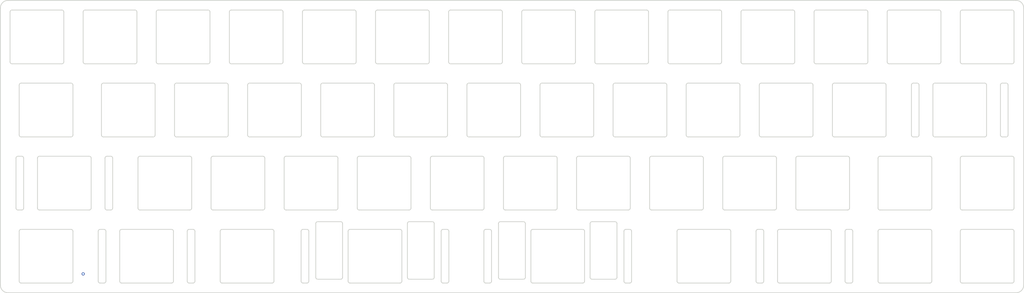
<source format=kicad_pcb>
(kicad_pcb (version 20171130) (host pcbnew 5.1.10)

  (general
    (thickness 1.6)
    (drawings 528)
    (tracks 1)
    (zones 0)
    (modules 0)
    (nets 1)
  )

  (page A4)
  (layers
    (0 F.Cu signal)
    (31 B.Cu signal)
    (32 B.Adhes user)
    (33 F.Adhes user)
    (34 B.Paste user)
    (35 F.Paste user)
    (36 B.SilkS user)
    (37 F.SilkS user)
    (38 B.Mask user)
    (39 F.Mask user)
    (40 Dwgs.User user)
    (41 Cmts.User user)
    (42 Eco1.User user)
    (43 Eco2.User user)
    (44 Edge.Cuts user)
    (45 Margin user)
    (46 B.CrtYd user)
    (47 F.CrtYd user)
    (48 B.Fab user)
    (49 F.Fab user)
  )

  (setup
    (last_trace_width 0.25)
    (trace_clearance 0.2)
    (zone_clearance 0.508)
    (zone_45_only no)
    (trace_min 0.2)
    (via_size 0.8)
    (via_drill 0.4)
    (via_min_size 0.4)
    (via_min_drill 0.3)
    (uvia_size 0.3)
    (uvia_drill 0.1)
    (uvias_allowed no)
    (uvia_min_size 0.2)
    (uvia_min_drill 0.1)
    (edge_width 0.05)
    (segment_width 0.2)
    (pcb_text_width 0.3)
    (pcb_text_size 1.5 1.5)
    (mod_edge_width 0.12)
    (mod_text_size 1 1)
    (mod_text_width 0.15)
    (pad_size 1.524 1.524)
    (pad_drill 0.762)
    (pad_to_mask_clearance 0)
    (aux_axis_origin 0 0)
    (visible_elements FFFFFF7F)
    (pcbplotparams
      (layerselection 0x010fc_ffffffff)
      (usegerberextensions false)
      (usegerberattributes true)
      (usegerberadvancedattributes true)
      (creategerberjobfile true)
      (excludeedgelayer true)
      (linewidth 0.100000)
      (plotframeref false)
      (viasonmask false)
      (mode 1)
      (useauxorigin false)
      (hpglpennumber 1)
      (hpglpenspeed 20)
      (hpglpendiameter 15.000000)
      (psnegative false)
      (psa4output false)
      (plotreference true)
      (plotvalue true)
      (plotinvisibletext false)
      (padsonsilk false)
      (subtractmaskfromsilk false)
      (outputformat 1)
      (mirror false)
      (drillshape 0)
      (scaleselection 1)
      (outputdirectory "gerber"))
  )

  (net 0 "")

  (net_class Default "This is the default net class."
    (clearance 0.2)
    (trace_width 0.25)
    (via_dia 0.8)
    (via_drill 0.4)
    (uvia_dia 0.3)
    (uvia_drill 0.1)
  )

  (gr_line (start 213.8875 116.68125) (end 213.8875 129.681249) (layer Edge.Cuts) (width 0.2))
  (gr_line (start 265.612499 116.18125) (end 278.6125 116.18125) (layer Edge.Cuts) (width 0.2))
  (gr_line (start 211.8875 116.68125) (end 211.8875 129.681249) (layer Edge.Cuts) (width 0.2))
  (gr_arc (start 217.9875 116.68125) (end 217.9875 116.18125) (angle -90) (layer Edge.Cuts) (width 0.2))
  (gr_arc (start 175.125 91.581249) (end 174.625 91.581249) (angle -90) (layer Edge.Cuts) (width 0.2))
  (gr_arc (start 271.46875 91.581249) (end 271.46875 92.081249) (angle -90) (layer Edge.Cuts) (width 0.2))
  (gr_line (start 151.3125 73.03125) (end 164.3125 73.03125) (layer Edge.Cuts) (width 0.2))
  (gr_arc (start 259.5625 59.53125) (end 260.0625 59.53125) (angle -90) (layer Edge.Cuts) (width 0.2))
  (gr_arc (start 41.774999 78.58125) (end 41.774999 78.08125) (angle -90) (layer Edge.Cuts) (width 0.2))
  (gr_line (start 127.50675 129.18125) (end 121.50675 129.18125) (layer Edge.Cuts) (width 0.2))
  (gr_arc (start 65.137499 116.68125) (end 65.637499 116.68125) (angle -90) (layer Edge.Cuts) (width 0.2))
  (gr_line (start 217.2 97.631249) (end 217.2 110.63125) (layer Edge.Cuts) (width 0.2))
  (gr_arc (start 37.0125 72.531249) (end 36.5125 72.531249) (angle -90) (layer Edge.Cuts) (width 0.2))
  (gr_line (start 56.062499 59.03125) (end 69.0625 59.03125) (layer Edge.Cuts) (width 0.2))
  (gr_line (start 74.324999 78.58125) (end 74.324999 91.581249) (layer Edge.Cuts) (width 0.2))
  (gr_line (start 153.69375 130.181249) (end 166.69375 130.181249) (layer Edge.Cuts) (width 0.2))
  (gr_line (start 151.255749 114.18125) (end 145.25575 114.18125) (layer Edge.Cuts) (width 0.2))
  (gr_arc (start 131.31875 129.681249) (end 131.31875 130.181249) (angle -90) (layer Edge.Cuts) (width 0.2))
  (gr_arc (start 145.2625 59.53125) (end 145.7625 59.53125) (angle -90) (layer Edge.Cuts) (width 0.2))
  (gr_arc (start 175.131749 128.68125) (end 175.131749 129.18125) (angle -90) (layer Edge.Cuts) (width 0.2))
  (gr_line (start 243.68125 116.68125) (end 243.68125 129.681249) (layer Edge.Cuts) (width 0.2))
  (gr_arc (start 236.587499 129.681249) (end 236.587499 130.181249) (angle -90) (layer Edge.Cuts) (width 0.2))
  (gr_line (start 14.9375 58.50625) (end 14.9375 130.70625) (layer Edge.Cuts) (width 0.2))
  (gr_arc (start 97.63075 128.68125) (end 97.130749 128.68125) (angle -90) (layer Edge.Cuts) (width 0.2))
  (gr_line (start 106.06875 130.181249) (end 119.06875 130.181249) (layer Edge.Cuts) (width 0.2))
  (gr_line (start 121.00675 128.68125) (end 121.00675 114.681249) (layer Edge.Cuts) (width 0.2))
  (gr_line (start 194.174999 92.08125) (end 207.174999 92.08125) (layer Edge.Cuts) (width 0.2))
  (gr_arc (start 175.125 78.58125) (end 175.125 78.08125) (angle -90) (layer Edge.Cuts) (width 0.2))
  (gr_line (start 107.6625 59.53125) (end 107.6625 72.531249) (layer Edge.Cuts) (width 0.2))
  (gr_arc (start 93.81875 116.68125) (end 93.81875 116.18125) (angle -90) (layer Edge.Cuts) (width 0.2))
  (gr_arc (start 33.34375 116.68125) (end 33.84375 116.68125) (angle -90) (layer Edge.Cuts) (width 0.2))
  (gr_line (start 40.4375 116.68125) (end 40.4375 129.681249) (layer Edge.Cuts) (width 0.2))
  (gr_arc (start 130.31875 129.681249) (end 129.81875 129.681249) (angle -90) (layer Edge.Cuts) (width 0.2))
  (gr_arc (start 151.3125 59.53125) (end 151.3125 59.03125) (angle -90) (layer Edge.Cuts) (width 0.2))
  (gr_arc (start 202.4125 59.53125) (end 202.9125 59.53125) (angle -90) (layer Edge.Cuts) (width 0.2))
  (gr_line (start 178.94375 130.181249) (end 177.94375 130.181249) (layer Edge.Cuts) (width 0.2))
  (gr_line (start 177.44375 129.681249) (end 177.44375 116.68125) (layer Edge.Cuts) (width 0.2))
  (gr_arc (start 127.50675 114.681249) (end 128.00675 114.681249) (angle -90) (layer Edge.Cuts) (width 0.2))
  (gr_line (start 37.0125 73.031249) (end 50.012499 73.031249) (layer Edge.Cuts) (width 0.2))
  (gr_arc (start 40.9375 129.681249) (end 40.4375 129.681249) (angle -90) (layer Edge.Cuts) (width 0.2))
  (gr_line (start 131.31875 130.181249) (end 130.31875 130.181249) (layer Edge.Cuts) (width 0.2))
  (gr_line (start 103.63075 114.18125) (end 97.63075 114.18125) (layer Edge.Cuts) (width 0.2))
  (gr_line (start 75.1125 59.03125) (end 88.112499 59.03125) (layer Edge.Cuts) (width 0.2))
  (gr_line (start 74.6125 59.53125) (end 74.6125 72.531249) (layer Edge.Cuts) (width 0.2))
  (gr_arc (start 221.4625 59.53125) (end 221.9625 59.53125) (angle -90) (layer Edge.Cuts) (width 0.2))
  (gr_arc (start 73.825 78.58125) (end 74.324999 78.58125) (angle -90) (layer Edge.Cuts) (width 0.2))
  (gr_line (start 212.3875 130.181249) (end 213.3875 130.181249) (layer Edge.Cuts) (width 0.2))
  (gr_line (start 191.793749 130.181249) (end 204.79375 130.181249) (layer Edge.Cuts) (width 0.2))
  (gr_line (start 237.0875 116.68125) (end 237.0875 129.681249) (layer Edge.Cuts) (width 0.2))
  (gr_arc (start 169.13175 128.68125) (end 168.63175 128.68125) (angle -90) (layer Edge.Cuts) (width 0.2))
  (gr_arc (start 56.062499 59.53125) (end 56.062499 59.03125) (angle -90) (layer Edge.Cuts) (width 0.2))
  (gr_arc (start 164.3125 72.531249) (end 164.3125 73.03125) (angle -90) (layer Edge.Cuts) (width 0.2))
  (gr_line (start 63.6375 116.68125) (end 63.6375 129.681249) (layer Edge.Cuts) (width 0.2))
  (gr_arc (start 103.63075 128.68125) (end 103.63075 129.18125) (angle -90) (layer Edge.Cuts) (width 0.2))
  (gr_arc (start 146.55 97.631249) (end 146.55 97.131249) (angle -90) (layer Edge.Cuts) (width 0.2))
  (gr_line (start 60.825 92.08125) (end 73.825 92.08125) (layer Edge.Cuts) (width 0.2))
  (gr_arc (start 75.1125 72.531249) (end 74.6125 72.531249) (angle -90) (layer Edge.Cuts) (width 0.2))
  (gr_line (start 37.0125 59.03125) (end 50.012499 59.03125) (layer Edge.Cuts) (width 0.2))
  (gr_line (start 245.774999 78.58125) (end 245.774999 91.581249) (layer Edge.Cuts) (width 0.2))
  (gr_arc (start 169.075 78.58125) (end 169.575 78.58125) (angle -90) (layer Edge.Cuts) (width 0.2))
  (gr_arc (start 208.462499 72.531249) (end 207.962499 72.531249) (angle -90) (layer Edge.Cuts) (width 0.2))
  (gr_arc (start 20.34375 91.581249) (end 19.84375 91.581249) (angle -90) (layer Edge.Cuts) (width 0.2))
  (gr_arc (start 221.4625 72.531249) (end 221.4625 73.03125) (angle -90) (layer Edge.Cuts) (width 0.2))
  (gr_arc (start 278.6125 59.53125) (end 279.1125 59.53125) (angle -90) (layer Edge.Cuts) (width 0.2))
  (gr_arc (start 113.2125 72.531249) (end 112.7125 72.531249) (angle -90) (layer Edge.Cuts) (width 0.2))
  (gr_arc (start 203.7 97.631249) (end 203.7 97.131249) (angle -90) (layer Edge.Cuts) (width 0.2))
  (gr_arc (start 165.6 110.63125) (end 165.1 110.63125) (angle -90) (layer Edge.Cuts) (width 0.2))
  (gr_line (start 244.18125 97.13125) (end 257.181249 97.13125) (layer Edge.Cuts) (width 0.2))
  (gr_line (start 88.9 97.631249) (end 88.9 110.63125) (layer Edge.Cuts) (width 0.2))
  (gr_line (start 19.50625 97.13125) (end 20.50625 97.13125) (layer Edge.Cuts) (width 0.2))
  (gr_line (start 50.5125 59.53125) (end 50.5125 72.531249) (layer Edge.Cuts) (width 0.2))
  (gr_line (start 279.1125 97.631249) (end 279.1125 110.63125) (layer Edge.Cuts) (width 0.2))
  (gr_arc (start 127.5 97.631249) (end 127.5 97.131249) (angle -90) (layer Edge.Cuts) (width 0.2))
  (gr_line (start 141 97.631249) (end 141 110.63125) (layer Edge.Cuts) (width 0.2))
  (gr_arc (start 259.5625 72.531249) (end 259.5625 73.03125) (angle -90) (layer Edge.Cuts) (width 0.2))
  (gr_line (start 112.425 78.58125) (end 112.425 91.581249) (layer Edge.Cuts) (width 0.2))
  (gr_arc (start 54.775 91.581249) (end 54.775 92.081249) (angle -90) (layer Edge.Cuts) (width 0.2))
  (gr_line (start 16.9375 132.70625) (end 279.6375 132.706249) (layer Edge.Cuts) (width 0.2))
  (gr_line (start 131.31875 116.18125) (end 130.31875 116.18125) (layer Edge.Cuts) (width 0.2))
  (gr_arc (start 279.6375 58.506249) (end 281.6375 58.506249) (angle -90) (layer Edge.Cuts) (width 0.2))
  (gr_line (start 281.6375 58.50625) (end 281.6375 130.70625) (layer Edge.Cuts) (width 0.2))
  (gr_line (start 79.875 92.08125) (end 92.875 92.08125) (layer Edge.Cuts) (width 0.2))
  (gr_line (start 119.56875 116.68125) (end 119.56875 129.681249) (layer Edge.Cuts) (width 0.2))
  (gr_line (start 243.68125 97.631249) (end 243.68125 110.63125) (layer Edge.Cuts) (width 0.2))
  (gr_line (start 198.149999 97.631249) (end 198.149999 110.63125) (layer Edge.Cuts) (width 0.2))
  (gr_line (start 151.255749 129.18125) (end 145.25575 129.18125) (layer Edge.Cuts) (width 0.2))
  (gr_arc (start 212.3875 129.681249) (end 211.8875 129.681249) (angle -90) (layer Edge.Cuts) (width 0.2))
  (gr_arc (start 244.18125 129.681249) (end 243.68125 129.681249) (angle -90) (layer Edge.Cuts) (width 0.2))
  (gr_line (start 140.94375 129.681249) (end 140.94375 116.68125) (layer Edge.Cuts) (width 0.2))
  (gr_arc (start 73.825 91.581249) (end 73.825 92.081249) (angle -90) (layer Edge.Cuts) (width 0.2))
  (gr_arc (start 46.5375 129.681249) (end 46.0375 129.681249) (angle -90) (layer Edge.Cuts) (width 0.2))
  (gr_arc (start 121.50675 128.68125) (end 121.006749 128.68125) (angle -90) (layer Edge.Cuts) (width 0.2))
  (gr_arc (start 97.63075 114.681249) (end 97.63075 114.181249) (angle -90) (layer Edge.Cuts) (width 0.2))
  (gr_arc (start 150.024999 78.58125) (end 150.525 78.58125) (angle -90) (layer Edge.Cuts) (width 0.2))
  (gr_line (start 70.349999 111.13125) (end 83.35 111.13125) (layer Edge.Cuts) (width 0.2))
  (gr_arc (start 98.925 91.581249) (end 98.424999 91.581249) (angle -90) (layer Edge.Cuts) (width 0.2))
  (gr_line (start 168.63175 128.68125) (end 168.63175 114.681249) (layer Edge.Cuts) (width 0.2))
  (gr_arc (start 142.44375 129.681249) (end 142.44375 130.181249) (angle -90) (layer Edge.Cuts) (width 0.2))
  (gr_line (start 257.681249 116.68125) (end 257.681249 129.681249) (layer Edge.Cuts) (width 0.2))
  (gr_line (start 235.5875 130.181249) (end 236.587499 130.181249) (layer Edge.Cuts) (width 0.2))
  (gr_line (start 64.8 97.631249) (end 64.8 110.63125) (layer Edge.Cuts) (width 0.2))
  (gr_arc (start 20.50625 110.63125) (end 20.50625 111.131249) (angle -90) (layer Edge.Cuts) (width 0.2))
  (gr_arc (start 156.075 91.581249) (end 155.575 91.581249) (angle -90) (layer Edge.Cuts) (width 0.2))
  (gr_arc (start 240.5125 72.531249) (end 240.5125 73.03125) (angle -90) (layer Edge.Cuts) (width 0.2))
  (gr_line (start 121.95 97.631249) (end 121.95 110.63125) (layer Edge.Cuts) (width 0.2))
  (gr_arc (start 102.4 110.63125) (end 102.4 111.131249) (angle -90) (layer Edge.Cuts) (width 0.2))
  (gr_arc (start 88.112499 59.53125) (end 88.612499 59.53125) (angle -90) (layer Edge.Cuts) (width 0.2))
  (gr_arc (start 37.0125 59.53125) (end 37.0125 59.03125) (angle -90) (layer Edge.Cuts) (width 0.2))
  (gr_arc (start 16.9375 130.706249) (end 14.9375 130.70625) (angle -90) (layer Edge.Cuts) (width 0.2))
  (gr_arc (start 16.937499 58.506249) (end 16.937499 56.50625) (angle -90) (layer Edge.Cuts) (width 0.2))
  (gr_line (start 279.1125 116.68125) (end 279.1125 129.681249) (layer Edge.Cuts) (width 0.2))
  (gr_line (start 265.612499 130.181249) (end 278.6125 130.181249) (layer Edge.Cuts) (width 0.2))
  (gr_arc (start 107.1625 72.531249) (end 107.1625 73.03125) (angle -90) (layer Edge.Cuts) (width 0.2))
  (gr_arc (start 41.9375 129.681249) (end 41.9375 130.181249) (angle -90) (layer Edge.Cuts) (width 0.2))
  (gr_arc (start 106.06875 129.681249) (end 105.56875 129.681249) (angle -90) (layer Edge.Cuts) (width 0.2))
  (gr_arc (start 64.1375 129.681249) (end 63.6375 129.681249) (angle -90) (layer Edge.Cuts) (width 0.2))
  (gr_arc (start 60.825 78.58125) (end 60.825 78.08125) (angle -90) (layer Edge.Cuts) (width 0.2))
  (gr_line (start 213.225 92.08125) (end 226.225 92.08125) (layer Edge.Cuts) (width 0.2))
  (gr_arc (start 235.5875 116.68125) (end 235.5875 116.18125) (angle -90) (layer Edge.Cuts) (width 0.2))
  (gr_line (start 265.112499 116.68125) (end 265.112499 129.681249) (layer Edge.Cuts) (width 0.2))
  (gr_arc (start 279.6375 130.70625) (end 279.6375 132.706249) (angle -90) (layer Edge.Cuts) (width 0.2))
  (gr_line (start 16.9375 56.50625) (end 279.6375 56.50625) (layer Edge.Cuts) (width 0.2))
  (gr_arc (start 69.0625 59.53125) (end 69.562499 59.53125) (angle -90) (layer Edge.Cuts) (width 0.2))
  (gr_arc (start 257.181249 110.63125) (end 257.181249 111.131249) (angle -90) (layer Edge.Cuts) (width 0.2))
  (gr_arc (start 257.181249 97.631249) (end 257.681249 97.631249) (angle -90) (layer Edge.Cuts) (width 0.2))
  (gr_line (start 179.1 97.631249) (end 179.1 110.63125) (layer Edge.Cuts) (width 0.2))
  (gr_arc (start 227.5125 59.53125) (end 227.5125 59.03125) (angle -90) (layer Edge.Cuts) (width 0.2))
  (gr_line (start 260.0625 59.53125) (end 260.0625 72.531249) (layer Edge.Cuts) (width 0.2))
  (gr_line (start 202.9125 59.53125) (end 202.9125 72.531249) (layer Edge.Cuts) (width 0.2))
  (gr_arc (start 137.025 91.581249) (end 136.524999 91.581249) (angle -90) (layer Edge.Cuts) (width 0.2))
  (gr_arc (start 137.025 78.58125) (end 137.025 78.08125) (angle -90) (layer Edge.Cuts) (width 0.2))
  (gr_line (start 117.975 78.08125) (end 130.975 78.08125) (layer Edge.Cuts) (width 0.2))
  (gr_arc (start 30.962499 59.53125) (end 31.4625 59.53125) (angle -90) (layer Edge.Cuts) (width 0.2))
  (gr_arc (start 246.5625 72.531249) (end 246.0625 72.531249) (angle -90) (layer Edge.Cuts) (width 0.2))
  (gr_line (start 212.725 78.58125) (end 212.725 91.581249) (layer Edge.Cuts) (width 0.2))
  (gr_line (start 105.56875 116.68125) (end 105.56875 129.681249) (layer Edge.Cuts) (width 0.2))
  (gr_arc (start 119.06875 129.681249) (end 119.06875 130.181249) (angle -90) (layer Edge.Cuts) (width 0.2))
  (gr_arc (start 72.73125 129.681249) (end 72.23125 129.681249) (angle -90) (layer Edge.Cuts) (width 0.2))
  (gr_arc (start 151.255749 114.681249) (end 151.75575 114.681249) (angle -90) (layer Edge.Cuts) (width 0.2))
  (gr_line (start 217.487499 116.68125) (end 217.487499 129.681249) (layer Edge.Cuts) (width 0.2))
  (gr_arc (start 166.69375 129.681249) (end 166.69375 130.181249) (angle -90) (layer Edge.Cuts) (width 0.2))
  (gr_line (start 129.81875 129.681249) (end 129.81875 116.68125) (layer Edge.Cuts) (width 0.2))
  (gr_arc (start 265.612499 59.53125) (end 265.612499 59.03125) (angle -90) (layer Edge.Cuts) (width 0.2))
  (gr_line (start 164.8125 59.53125) (end 164.8125 72.531249) (layer Edge.Cuts) (width 0.2))
  (gr_line (start 98.425 78.58125) (end 98.424999 91.581249) (layer Edge.Cuts) (width 0.2))
  (gr_line (start 169.8625 59.53125) (end 169.8625 72.531249) (layer Edge.Cuts) (width 0.2))
  (gr_arc (start 54.775 78.58125) (end 55.275 78.58125) (angle -90) (layer Edge.Cuts) (width 0.2))
  (gr_line (start 193.675 78.58125) (end 193.675 91.581249) (layer Edge.Cuts) (width 0.2))
  (gr_line (start 89.4 97.13125) (end 102.4 97.13125) (layer Edge.Cuts) (width 0.2))
  (gr_arc (start 197.649999 110.63125) (end 197.649999 111.131249) (angle -90) (layer Edge.Cuts) (width 0.2))
  (gr_arc (start 165.6 97.631249) (end 165.6 97.131249) (angle -90) (layer Edge.Cuts) (width 0.2))
  (gr_arc (start 178.6 110.63125) (end 178.6 111.131249) (angle -90) (layer Edge.Cuts) (width 0.2))
  (gr_arc (start 226.225 91.581249) (end 226.225 92.081249) (angle -90) (layer Edge.Cuts) (width 0.2))
  (gr_arc (start 245.275 78.58125) (end 245.775 78.58125) (angle -90) (layer Edge.Cuts) (width 0.2))
  (gr_arc (start 121.449999 110.63125) (end 121.449999 111.131249) (angle -90) (layer Edge.Cuts) (width 0.2))
  (gr_arc (start 197.649999 97.631249) (end 198.149999 97.631249) (angle -90) (layer Edge.Cuts) (width 0.2))
  (gr_arc (start 252.86875 78.58125) (end 252.86875 78.08125) (angle -90) (layer Edge.Cuts) (width 0.2))
  (gr_line (start 31.4625 59.53125) (end 31.4625 72.531249) (layer Edge.Cuts) (width 0.2))
  (gr_arc (start 50.012499 59.53125) (end 50.512499 59.53125) (angle -90) (layer Edge.Cuts) (width 0.2))
  (gr_arc (start 177.94375 129.681249) (end 177.44375 129.681249) (angle -90) (layer Edge.Cuts) (width 0.2))
  (gr_arc (start 204.79375 116.68125) (end 205.29375 116.68125) (angle -90) (layer Edge.Cuts) (width 0.2))
  (gr_line (start 244.18125 130.181249) (end 257.181249 130.181249) (layer Edge.Cuts) (width 0.2))
  (gr_arc (start 278.6125 116.68125) (end 279.1125 116.68125) (angle -90) (layer Edge.Cuts) (width 0.2))
  (gr_arc (start 69.0625 72.531249) (end 69.0625 73.03125) (angle -90) (layer Edge.Cuts) (width 0.2))
  (gr_line (start 132.2625 59.03125) (end 145.2625 59.03125) (layer Edge.Cuts) (width 0.2))
  (gr_arc (start 130.975 91.581249) (end 130.975 92.081249) (angle -90) (layer Edge.Cuts) (width 0.2))
  (gr_arc (start 117.975 78.58125) (end 117.975 78.08125) (angle -90) (layer Edge.Cuts) (width 0.2))
  (gr_arc (start 107.1625 59.53125) (end 107.6625 59.53125) (angle -90) (layer Edge.Cuts) (width 0.2))
  (gr_line (start 279.1125 59.53125) (end 279.1125 72.531249) (layer Edge.Cuts) (width 0.2))
  (gr_arc (start 258.46875 91.581249) (end 257.968749 91.581249) (angle -90) (layer Edge.Cuts) (width 0.2))
  (gr_arc (start 271.46875 78.58125) (end 271.96875 78.58125) (angle -90) (layer Edge.Cuts) (width 0.2))
  (gr_line (start 170.3625 73.031249) (end 183.3625 73.03125) (layer Edge.Cuts) (width 0.2))
  (gr_line (start 20.34375 92.08125) (end 33.34375 92.08125) (layer Edge.Cuts) (width 0.2))
  (gr_arc (start 20.34375 78.58125) (end 20.34375 78.08125) (angle -90) (layer Edge.Cuts) (width 0.2))
  (gr_arc (start 60.825 91.581249) (end 60.325 91.581249) (angle -90) (layer Edge.Cuts) (width 0.2))
  (gr_line (start 70.349999 97.13125) (end 83.35 97.13125) (layer Edge.Cuts) (width 0.2))
  (gr_arc (start 83.35 97.631249) (end 83.849999 97.631249) (angle -90) (layer Edge.Cuts) (width 0.2))
  (gr_line (start 41.275 78.58125) (end 41.275 91.581249) (layer Edge.Cuts) (width 0.2))
  (gr_line (start 19.84375 78.58125) (end 19.84375 91.581249) (layer Edge.Cuts) (width 0.2))
  (gr_line (start 131.475 78.58125) (end 131.475 91.581249) (layer Edge.Cuts) (width 0.2))
  (gr_arc (start 92.875 78.58125) (end 93.375 78.58125) (angle -90) (layer Edge.Cuts) (width 0.2))
  (gr_arc (start 246.5625 59.53125) (end 246.5625 59.03125) (angle -90) (layer Edge.Cuts) (width 0.2))
  (gr_arc (start 20.50625 97.631249) (end 21.00625 97.631249) (angle -90) (layer Edge.Cuts) (width 0.2))
  (gr_line (start 127.5 111.13125) (end 140.5 111.13125) (layer Edge.Cuts) (width 0.2))
  (gr_line (start 33.84375 78.58125) (end 33.84375 91.581249) (layer Edge.Cuts) (width 0.2))
  (gr_line (start 41.774999 92.08125) (end 54.775 92.08125) (layer Edge.Cuts) (width 0.2))
  (gr_line (start 227.5125 73.031249) (end 240.5125 73.031249) (layer Edge.Cuts) (width 0.2))
  (gr_line (start 46.5375 116.18125) (end 59.537499 116.18125) (layer Edge.Cuts) (width 0.2))
  (gr_arc (start 121.50675 114.681249) (end 121.50675 114.181249) (angle -90) (layer Edge.Cuts) (width 0.2))
  (gr_arc (start 127.50675 128.68125) (end 127.50675 129.18125) (angle -90) (layer Edge.Cuts) (width 0.2))
  (gr_arc (start 51.299999 110.63125) (end 50.799999 110.63125) (angle -90) (layer Edge.Cuts) (width 0.2))
  (gr_line (start 175.125 78.08125) (end 188.125 78.08125) (layer Edge.Cuts) (width 0.2))
  (gr_line (start 88.612499 59.53125) (end 88.612499 72.531249) (layer Edge.Cuts) (width 0.2))
  (gr_arc (start 169.075 91.581249) (end 169.075 92.081249) (angle -90) (layer Edge.Cuts) (width 0.2))
  (gr_line (start 137.025 92.08125) (end 150.024999 92.08125) (layer Edge.Cuts) (width 0.2))
  (gr_arc (start 156.075 78.58125) (end 156.075 78.08125) (angle -90) (layer Edge.Cuts) (width 0.2))
  (gr_line (start 169.575 78.58125) (end 169.575 91.581249) (layer Edge.Cuts) (width 0.2))
  (gr_line (start 107.95 97.631249) (end 107.95 110.63125) (layer Edge.Cuts) (width 0.2))
  (gr_arc (start 89.4 97.631249) (end 89.4 97.131249) (angle -90) (layer Edge.Cuts) (width 0.2))
  (gr_line (start 175.131749 129.18125) (end 169.13175 129.18125) (layer Edge.Cuts) (width 0.2))
  (gr_arc (start 94.81875 129.681249) (end 94.81875 130.181249) (angle -90) (layer Edge.Cuts) (width 0.2))
  (gr_line (start 179.44375 129.681249) (end 179.44375 116.68125) (layer Edge.Cuts) (width 0.2))
  (gr_arc (start 65.137499 129.681249) (end 65.137499 130.181249) (angle -90) (layer Edge.Cuts) (width 0.2))
  (gr_arc (start 141.44375 129.681249) (end 140.94375 129.681249) (angle -90) (layer Edge.Cuts) (width 0.2))
  (gr_arc (start 169.13175 114.681249) (end 169.13175 114.181249) (angle -90) (layer Edge.Cuts) (width 0.2))
  (gr_arc (start 126.212499 59.53125) (end 126.7125 59.53125) (angle -90) (layer Edge.Cuts) (width 0.2))
  (gr_arc (start 164.3125 59.53125) (end 164.8125 59.53125) (angle -90) (layer Edge.Cuts) (width 0.2))
  (gr_arc (start 278.6125 110.63125) (end 278.6125 111.131249) (angle -90) (layer Edge.Cuts) (width 0.2))
  (gr_line (start 265.112499 97.631249) (end 265.112499 110.63125) (layer Edge.Cuts) (width 0.2))
  (gr_line (start 20.34375 130.181249) (end 33.34375 130.181249) (layer Edge.Cuts) (width 0.2))
  (gr_line (start 153.69375 116.18125) (end 166.69375 116.18125) (layer Edge.Cuts) (width 0.2))
  (gr_arc (start 145.25575 114.681249) (end 145.25575 114.181249) (angle -90) (layer Edge.Cuts) (width 0.2))
  (gr_line (start 191.29375 116.68125) (end 191.29375 129.681249) (layer Edge.Cuts) (width 0.2))
  (gr_arc (start 33.34375 78.58125) (end 33.84375 78.58125) (angle -90) (layer Edge.Cuts) (width 0.2))
  (gr_arc (start 41.774999 91.581249) (end 41.274999 91.581249) (angle -90) (layer Edge.Cuts) (width 0.2))
  (gr_line (start 151.75575 128.68125) (end 151.75575 114.681249) (layer Edge.Cuts) (width 0.2))
  (gr_arc (start 59.537499 129.681249) (end 59.537499 130.181249) (angle -90) (layer Edge.Cuts) (width 0.2))
  (gr_arc (start 151.255749 128.68125) (end 151.255749 129.18125) (angle -90) (layer Edge.Cuts) (width 0.2))
  (gr_line (start 112.7125 59.53125) (end 112.7125 72.531249) (layer Edge.Cuts) (width 0.2))
  (gr_line (start 235.0875 116.68125) (end 235.0875 129.681249) (layer Edge.Cuts) (width 0.2))
  (gr_arc (start 257.181249 129.681249) (end 257.181249 130.181249) (angle -90) (layer Edge.Cuts) (width 0.2))
  (gr_arc (start 244.18125 116.68125) (end 244.18125 116.18125) (angle -90) (layer Edge.Cuts) (width 0.2))
  (gr_arc (start 278.6125 129.681249) (end 278.6125 130.181249) (angle -90) (layer Edge.Cuts) (width 0.2))
  (gr_arc (start 113.2125 59.53125) (end 113.2125 59.03125) (angle -90) (layer Edge.Cuts) (width 0.2))
  (gr_arc (start 170.3625 72.531249) (end 169.8625 72.531249) (angle -90) (layer Edge.Cuts) (width 0.2))
  (gr_arc (start 132.2625 59.53125) (end 132.2625 59.03125) (angle -90) (layer Edge.Cuts) (width 0.2))
  (gr_line (start 207.675 78.58125) (end 207.675 91.581249) (layer Edge.Cuts) (width 0.2))
  (gr_line (start 232.275 92.08125) (end 245.275 92.08125) (layer Edge.Cuts) (width 0.2))
  (gr_line (start 42.70625 111.13125) (end 43.70625 111.13125) (layer Edge.Cuts) (width 0.2))
  (gr_line (start 108.45 97.13125) (end 121.449999 97.13125) (layer Edge.Cuts) (width 0.2))
  (gr_line (start 56.062499 73.03125) (end 69.0625 73.03125) (layer Edge.Cuts) (width 0.2))
  (gr_line (start 108.45 111.13125) (end 121.449999 111.13125) (layer Edge.Cuts) (width 0.2))
  (gr_arc (start 51.299999 97.631249) (end 51.299999 97.131249) (angle -90) (layer Edge.Cuts) (width 0.2))
  (gr_line (start 189.4125 73.031249) (end 202.4125 73.031249) (layer Edge.Cuts) (width 0.2))
  (gr_arc (start 94.1625 72.531249) (end 93.6625 72.531249) (angle -90) (layer Edge.Cuts) (width 0.2))
  (gr_line (start 42.70625 97.13125) (end 43.70625 97.13125) (layer Edge.Cuts) (width 0.2))
  (gr_arc (start 42.70625 97.631249) (end 42.70625 97.131249) (angle -90) (layer Edge.Cuts) (width 0.2))
  (gr_arc (start 216.7 97.631249) (end 217.2 97.631249) (angle -90) (layer Edge.Cuts) (width 0.2))
  (gr_arc (start 226.225 78.58125) (end 226.725 78.58125) (angle -90) (layer Edge.Cuts) (width 0.2))
  (gr_line (start 213.225 78.08125) (end 226.225 78.08125) (layer Edge.Cuts) (width 0.2))
  (gr_arc (start 30.962499 72.531249) (end 30.962499 73.03125) (angle -90) (layer Edge.Cuts) (width 0.2))
  (gr_arc (start 278.6125 72.531249) (end 278.6125 73.03125) (angle -90) (layer Edge.Cuts) (width 0.2))
  (gr_line (start 252.86875 92.08125) (end 253.86875 92.08125) (layer Edge.Cuts) (width 0.2))
  (gr_line (start 17.4625 59.53125) (end 17.4625 72.531249) (layer Edge.Cuts) (width 0.2))
  (gr_line (start 113.2125 73.031249) (end 126.212499 73.031249) (layer Edge.Cuts) (width 0.2))
  (gr_arc (start 235.75 110.63125) (end 235.75 111.131249) (angle -90) (layer Edge.Cuts) (width 0.2))
  (gr_line (start 257.96875 78.58125) (end 257.96875 91.581249) (layer Edge.Cuts) (width 0.2))
  (gr_arc (start 79.875 78.58125) (end 79.875 78.08125) (angle -90) (layer Edge.Cuts) (width 0.2))
  (gr_arc (start 194.174999 78.58125) (end 194.174999 78.08125) (angle -90) (layer Edge.Cuts) (width 0.2))
  (gr_arc (start 150.024999 91.581249) (end 150.024999 92.081249) (angle -90) (layer Edge.Cuts) (width 0.2))
  (gr_arc (start 33.34375 91.581249) (end 33.34375 92.081249) (angle -90) (layer Edge.Cuts) (width 0.2))
  (gr_line (start 97.130749 128.68125) (end 97.13075 114.681249) (layer Edge.Cuts) (width 0.2))
  (gr_arc (start 119.06875 116.68125) (end 119.56875 116.68125) (angle -90) (layer Edge.Cuts) (width 0.2))
  (gr_arc (start 106.06875 116.68125) (end 106.06875 116.18125) (angle -90) (layer Edge.Cuts) (width 0.2))
  (gr_line (start 156.075 92.08125) (end 169.075 92.08125) (layer Edge.Cuts) (width 0.2))
  (gr_arc (start 117.975 91.581249) (end 117.475 91.581249) (angle -90) (layer Edge.Cuts) (width 0.2))
  (gr_line (start 205.29375 116.68125) (end 205.29375 129.681249) (layer Edge.Cuts) (width 0.2))
  (gr_arc (start 141.44375 116.68125) (end 141.44375 116.18125) (angle -90) (layer Edge.Cuts) (width 0.2))
  (gr_line (start 153.19375 116.68125) (end 153.19375 129.681249) (layer Edge.Cuts) (width 0.2))
  (gr_line (start 131.81875 129.681249) (end 131.81875 116.68125) (layer Edge.Cuts) (width 0.2))
  (gr_line (start 265.612499 73.031249) (end 278.6125 73.031249) (layer Edge.Cuts) (width 0.2))
  (gr_arc (start 183.3625 59.53125) (end 183.8625 59.53125) (angle -90) (layer Edge.Cuts) (width 0.2))
  (gr_line (start 258.46875 78.08125) (end 271.46875 78.08125) (layer Edge.Cuts) (width 0.2))
  (gr_line (start 232.275 78.08125) (end 245.275 78.08125) (layer Edge.Cuts) (width 0.2))
  (gr_line (start 226.725 78.58125) (end 226.725 91.581249) (layer Edge.Cuts) (width 0.2))
  (gr_line (start 276.06875 78.08125) (end 277.06875 78.08125) (layer Edge.Cuts) (width 0.2))
  (gr_arc (start 213.225 91.581249) (end 212.725 91.581249) (angle -90) (layer Edge.Cuts) (width 0.2))
  (gr_line (start 136.524999 78.58125) (end 136.524999 91.581249) (layer Edge.Cuts) (width 0.2))
  (gr_line (start 265.112499 59.53125) (end 265.112499 72.531249) (layer Edge.Cuts) (width 0.2))
  (gr_arc (start 140.5 110.63125) (end 140.5 111.131249) (angle -90) (layer Edge.Cuts) (width 0.2))
  (gr_arc (start 43.70625 110.63125) (end 43.70625 111.131249) (angle -90) (layer Edge.Cuts) (width 0.2))
  (gr_line (start 265.612499 97.13125) (end 278.6125 97.13125) (layer Edge.Cuts) (width 0.2))
  (gr_line (start 175.631749 128.68125) (end 175.631749 114.681249) (layer Edge.Cuts) (width 0.2))
  (gr_line (start 178.94375 116.18125) (end 177.94375 116.18125) (layer Edge.Cuts) (width 0.2))
  (gr_line (start 40.9375 130.181249) (end 41.9375 130.181249) (layer Edge.Cuts) (width 0.2))
  (gr_line (start 132.2625 73.03125) (end 145.2625 73.03125) (layer Edge.Cuts) (width 0.2))
  (gr_line (start 46.5375 130.181249) (end 59.537499 130.181249) (layer Edge.Cuts) (width 0.2))
  (gr_arc (start 278.6125 97.631249) (end 279.1125 97.631249) (angle -90) (layer Edge.Cuts) (width 0.2))
  (gr_line (start 20.34375 116.18125) (end 33.34375 116.18125) (layer Edge.Cuts) (width 0.2))
  (gr_line (start 113.2125 59.03125) (end 126.212499 59.03125) (layer Edge.Cuts) (width 0.2))
  (gr_line (start 160.05 97.631249) (end 160.05 110.63125) (layer Edge.Cuts) (width 0.2))
  (gr_arc (start 46.5375 116.68125) (end 46.5375 116.18125) (angle -90) (layer Edge.Cuts) (width 0.2))
  (gr_line (start 60.037499 116.68125) (end 60.037499 129.681249) (layer Edge.Cuts) (width 0.2))
  (gr_line (start 131.762499 59.53125) (end 131.762499 72.531249) (layer Edge.Cuts) (width 0.2))
  (gr_arc (start 75.1125 59.53125) (end 75.1125 59.03125) (angle -90) (layer Edge.Cuts) (width 0.2))
  (gr_line (start 94.1625 73.031249) (end 107.1625 73.031249) (layer Edge.Cuts) (width 0.2))
  (gr_arc (start 33.34375 129.681249) (end 33.34375 130.181249) (angle -90) (layer Edge.Cuts) (width 0.2))
  (gr_line (start 184.65 97.13125) (end 197.649999 97.13125) (layer Edge.Cuts) (width 0.2))
  (gr_line (start 42.4375 116.68125) (end 42.4375 129.681249) (layer Edge.Cuts) (width 0.2))
  (gr_line (start 246.5625 73.031249) (end 259.5625 73.031249) (layer Edge.Cuts) (width 0.2))
  (gr_arc (start 17.9625 72.531249) (end 17.4625 72.531249) (angle -90) (layer Edge.Cuts) (width 0.2))
  (gr_line (start 17.9625 59.03125) (end 30.962499 59.03125) (layer Edge.Cuts) (width 0.2))
  (gr_arc (start 222.75 110.63125) (end 222.25 110.63125) (angle -90) (layer Edge.Cuts) (width 0.2))
  (gr_line (start 69.85 97.631249) (end 69.85 110.63125) (layer Edge.Cuts) (width 0.2))
  (gr_line (start 222.75 111.13125) (end 235.75 111.13125) (layer Edge.Cuts) (width 0.2))
  (gr_line (start 155.575 78.58125) (end 155.575 91.581249) (layer Edge.Cuts) (width 0.2))
  (gr_line (start 174.625 78.58125) (end 174.625 91.581249) (layer Edge.Cuts) (width 0.2))
  (gr_arc (start 244.18125 97.631249) (end 244.18125 97.131249) (angle -90) (layer Edge.Cuts) (width 0.2))
  (gr_line (start 146.55 111.13125) (end 159.55 111.13125) (layer Edge.Cuts) (width 0.2))
  (gr_arc (start 83.35 110.63125) (end 83.35 111.131249) (angle -90) (layer Edge.Cuts) (width 0.2))
  (gr_line (start 208.462499 59.03125) (end 221.4625 59.03125) (layer Edge.Cuts) (width 0.2))
  (gr_line (start 188.9125 59.53125) (end 188.9125 72.531249) (layer Edge.Cuts) (width 0.2))
  (gr_line (start 207.962499 59.53125) (end 207.962499 72.531249) (layer Edge.Cuts) (width 0.2))
  (gr_line (start 252.368749 78.58125) (end 252.368749 91.581249) (layer Edge.Cuts) (width 0.2))
  (gr_arc (start 232.275 91.581249) (end 231.775 91.581249) (angle -90) (layer Edge.Cuts) (width 0.2))
  (gr_line (start 150.8125 59.53125) (end 150.8125 72.531249) (layer Edge.Cuts) (width 0.2))
  (gr_arc (start 253.86875 91.581249) (end 253.86875 92.081249) (angle -90) (layer Edge.Cuts) (width 0.2))
  (gr_line (start 24.60625 97.631249) (end 24.60625 110.63125) (layer Edge.Cuts) (width 0.2))
  (gr_line (start 246.0625 59.53125) (end 246.0625 72.531249) (layer Edge.Cuts) (width 0.2))
  (gr_line (start 117.475 78.58125) (end 117.475 91.581249) (layer Edge.Cuts) (width 0.2))
  (gr_line (start 142.44375 116.18125) (end 141.44375 116.18125) (layer Edge.Cuts) (width 0.2))
  (gr_line (start 95.31875 129.681249) (end 95.31875 116.68125) (layer Edge.Cuts) (width 0.2))
  (gr_arc (start 145.25575 128.68125) (end 144.755749 128.68125) (angle -90) (layer Edge.Cuts) (width 0.2))
  (gr_arc (start 189.4125 59.53125) (end 189.4125 59.03125) (angle -90) (layer Edge.Cuts) (width 0.2))
  (gr_arc (start 111.925 78.58125) (end 112.425 78.58125) (angle -90) (layer Edge.Cuts) (width 0.2))
  (gr_arc (start 203.7 110.63125) (end 203.2 110.63125) (angle -90) (layer Edge.Cuts) (width 0.2))
  (gr_arc (start 70.349999 110.63125) (end 69.85 110.63125) (angle -90) (layer Edge.Cuts) (width 0.2))
  (gr_arc (start 178.6 97.631249) (end 179.1 97.631249) (angle -90) (layer Edge.Cuts) (width 0.2))
  (gr_line (start 222.25 97.631249) (end 222.25 110.63125) (layer Edge.Cuts) (width 0.2))
  (gr_arc (start 19.50625 97.631249) (end 19.50625 97.131249) (angle -90) (layer Edge.Cuts) (width 0.2))
  (gr_arc (start 235.75 97.631249) (end 236.25 97.631249) (angle -90) (layer Edge.Cuts) (width 0.2))
  (gr_line (start 89.4 111.13125) (end 102.4 111.13125) (layer Edge.Cuts) (width 0.2))
  (gr_line (start 25.106249 111.13125) (end 38.10625 111.13125) (layer Edge.Cuts) (width 0.2))
  (gr_arc (start 56.062499 72.531249) (end 55.562499 72.531249) (angle -90) (layer Edge.Cuts) (width 0.2))
  (gr_line (start 165.6 97.13125) (end 178.6 97.13125) (layer Edge.Cuts) (width 0.2))
  (gr_line (start 257.681249 97.631249) (end 257.681249 110.63125) (layer Edge.Cuts) (width 0.2))
  (gr_arc (start 184.65 110.63125) (end 184.15 110.63125) (angle -90) (layer Edge.Cuts) (width 0.2))
  (gr_arc (start 98.925 78.58125) (end 98.925 78.08125) (angle -90) (layer Edge.Cuts) (width 0.2))
  (gr_line (start 126.7125 59.53125) (end 126.7125 72.531249) (layer Edge.Cuts) (width 0.2))
  (gr_arc (start 38.10625 110.63125) (end 38.10625 111.131249) (angle -90) (layer Edge.Cuts) (width 0.2))
  (gr_arc (start 194.174999 91.581249) (end 193.674999 91.581249) (angle -90) (layer Edge.Cuts) (width 0.2))
  (gr_line (start 231.775 78.58125) (end 231.775 91.581249) (layer Edge.Cuts) (width 0.2))
  (gr_line (start 156.075 78.08125) (end 169.075 78.08125) (layer Edge.Cuts) (width 0.2))
  (gr_arc (start 208.462499 59.53125) (end 208.462499 59.03125) (angle -90) (layer Edge.Cuts) (width 0.2))
  (gr_line (start 203.7 111.13125) (end 216.7 111.13125) (layer Edge.Cuts) (width 0.2))
  (gr_line (start 19.84375 116.68125) (end 19.84375 129.681249) (layer Edge.Cuts) (width 0.2))
  (gr_line (start 236.25 97.631249) (end 236.25 110.63125) (layer Edge.Cuts) (width 0.2))
  (gr_line (start 175.125 92.08125) (end 188.125 92.08125) (layer Edge.Cuts) (width 0.2))
  (gr_line (start 194.174999 78.08125) (end 207.174999 78.08125) (layer Edge.Cuts) (width 0.2))
  (gr_arc (start 191.793749 129.681249) (end 191.293749 129.681249) (angle -90) (layer Edge.Cuts) (width 0.2))
  (gr_arc (start 153.69375 116.68125) (end 153.69375 116.18125) (angle -90) (layer Edge.Cuts) (width 0.2))
  (gr_line (start 94.81875 116.18125) (end 93.81875 116.18125) (layer Edge.Cuts) (width 0.2))
  (gr_line (start 117.975 92.08125) (end 130.975 92.08125) (layer Edge.Cuts) (width 0.2))
  (gr_line (start 51.299999 97.13125) (end 64.3 97.13125) (layer Edge.Cuts) (width 0.2))
  (gr_arc (start 64.3 97.631249) (end 64.8 97.631249) (angle -90) (layer Edge.Cuts) (width 0.2))
  (gr_line (start 51.299999 111.13125) (end 64.3 111.13125) (layer Edge.Cuts) (width 0.2))
  (gr_line (start 102.9 97.631249) (end 102.9 110.63125) (layer Edge.Cuts) (width 0.2))
  (gr_line (start 75.1125 73.031249) (end 88.112499 73.031249) (layer Edge.Cuts) (width 0.2))
  (gr_arc (start 111.925 91.581249) (end 111.925 92.081249) (angle -90) (layer Edge.Cuts) (width 0.2))
  (gr_line (start 103.63075 129.18125) (end 97.63075 129.18125) (layer Edge.Cuts) (width 0.2))
  (gr_arc (start 265.612499 97.631249) (end 265.612499 97.131249) (angle -90) (layer Edge.Cuts) (width 0.2))
  (gr_line (start 72.23125 116.68125) (end 72.23125 129.681249) (layer Edge.Cuts) (width 0.2))
  (gr_arc (start 265.612499 116.68125) (end 265.612499 116.18125) (angle -90) (layer Edge.Cuts) (width 0.2))
  (gr_arc (start 236.587499 116.68125) (end 237.0875 116.68125) (angle -90) (layer Edge.Cuts) (width 0.2))
  (gr_line (start 244.18125 116.18125) (end 257.181249 116.18125) (layer Edge.Cuts) (width 0.2))
  (gr_line (start 212.3875 116.18125) (end 213.3875 116.18125) (layer Edge.Cuts) (width 0.2))
  (gr_arc (start 189.4125 72.531249) (end 188.9125 72.531249) (angle -90) (layer Edge.Cuts) (width 0.2))
  (gr_line (start 79.875 78.08125) (end 92.875 78.08125) (layer Edge.Cuts) (width 0.2))
  (gr_line (start 72.73125 130.181249) (end 85.73125 130.181249) (layer Edge.Cuts) (width 0.2))
  (gr_arc (start 72.73125 116.68125) (end 72.73125 116.18125) (angle -90) (layer Edge.Cuts) (width 0.2))
  (gr_line (start 72.73125 116.18125) (end 85.73125 116.18125) (layer Edge.Cuts) (width 0.2))
  (gr_arc (start 93.81875 129.681249) (end 93.31875 129.681249) (angle -90) (layer Edge.Cuts) (width 0.2))
  (gr_line (start 217.9875 116.18125) (end 230.9875 116.18125) (layer Edge.Cuts) (width 0.2))
  (gr_arc (start 178.94375 129.681249) (end 178.94375 130.181249) (angle -90) (layer Edge.Cuts) (width 0.2))
  (gr_arc (start 85.73125 129.681249) (end 85.73125 130.181249) (angle -90) (layer Edge.Cuts) (width 0.2))
  (gr_arc (start 276.06875 78.58125) (end 276.06875 78.08125) (angle -90) (layer Edge.Cuts) (width 0.2))
  (gr_line (start 276.06875 92.08125) (end 277.06875 92.08125) (layer Edge.Cuts) (width 0.2))
  (gr_arc (start 245.275 91.581249) (end 245.275 92.081249) (angle -90) (layer Edge.Cuts) (width 0.2))
  (gr_arc (start 277.06875 91.581249) (end 277.06875 92.081249) (angle -90) (layer Edge.Cuts) (width 0.2))
  (gr_line (start 98.925 92.08125) (end 111.925 92.08125) (layer Edge.Cuts) (width 0.2))
  (gr_arc (start 40.9375 116.68125) (end 40.9375 116.18125) (angle -90) (layer Edge.Cuts) (width 0.2))
  (gr_arc (start 59.537499 116.68125) (end 60.037499 116.68125) (angle -90) (layer Edge.Cuts) (width 0.2))
  (gr_arc (start 103.63075 114.681249) (end 104.13075 114.681249) (angle -90) (layer Edge.Cuts) (width 0.2))
  (gr_arc (start 277.06875 78.58125) (end 277.56875 78.58125) (angle -90) (layer Edge.Cuts) (width 0.2))
  (gr_line (start 60.325 78.58125) (end 60.325 91.581249) (layer Edge.Cuts) (width 0.2))
  (gr_arc (start 108.45 97.631249) (end 108.45 97.131249) (angle -90) (layer Edge.Cuts) (width 0.2))
  (gr_line (start 19.00625 97.631249) (end 19.00625 110.63125) (layer Edge.Cuts) (width 0.2))
  (gr_line (start 145.762499 59.53125) (end 145.762499 72.531249) (layer Edge.Cuts) (width 0.2))
  (gr_line (start 271.96875 78.58125) (end 271.96875 91.581249) (layer Edge.Cuts) (width 0.2))
  (gr_arc (start 188.125 91.581249) (end 188.125 92.081249) (angle -90) (layer Edge.Cuts) (width 0.2))
  (gr_arc (start 253.86875 78.58125) (end 254.36875 78.58125) (angle -90) (layer Edge.Cuts) (width 0.2))
  (gr_arc (start 258.46875 78.58125) (end 258.46875 78.08125) (angle -90) (layer Edge.Cuts) (width 0.2))
  (gr_arc (start 70.349999 97.631249) (end 70.349999 97.131249) (angle -90) (layer Edge.Cuts) (width 0.2))
  (gr_arc (start 159.55 110.63125) (end 159.55 111.131249) (angle -90) (layer Edge.Cuts) (width 0.2))
  (gr_arc (start 216.7 110.63125) (end 216.7 111.131249) (angle -90) (layer Edge.Cuts) (width 0.2))
  (gr_arc (start 42.70625 110.63125) (end 42.20625 110.63125) (angle -90) (layer Edge.Cuts) (width 0.2))
  (gr_arc (start 89.4 110.63125) (end 88.9 110.63125) (angle -90) (layer Edge.Cuts) (width 0.2))
  (gr_arc (start 108.45 110.63125) (end 107.949999 110.63125) (angle -90) (layer Edge.Cuts) (width 0.2))
  (gr_line (start 38.606249 97.631249) (end 38.606249 110.63125) (layer Edge.Cuts) (width 0.2))
  (gr_line (start 79.375 78.58125) (end 79.375 91.581249) (layer Edge.Cuts) (width 0.2))
  (gr_arc (start 213.3875 129.681249) (end 213.3875 130.181249) (angle -90) (layer Edge.Cuts) (width 0.2))
  (gr_arc (start 177.94375 116.68125) (end 177.94375 116.18125) (angle -90) (layer Edge.Cuts) (width 0.2))
  (gr_arc (start 212.3875 116.68125) (end 212.3875 116.18125) (angle -90) (layer Edge.Cuts) (width 0.2))
  (gr_arc (start 153.69375 129.681249) (end 153.19375 129.681249) (angle -90) (layer Edge.Cuts) (width 0.2))
  (gr_arc (start 130.975 78.58125) (end 131.475 78.58125) (angle -90) (layer Edge.Cuts) (width 0.2))
  (gr_arc (start 265.612499 72.531249) (end 265.112499 72.531249) (angle -90) (layer Edge.Cuts) (width 0.2))
  (gr_arc (start 240.5125 59.53125) (end 241.0125 59.53125) (angle -90) (layer Edge.Cuts) (width 0.2))
  (gr_line (start 46.037499 116.68125) (end 46.037499 129.681249) (layer Edge.Cuts) (width 0.2))
  (gr_line (start 33.84375 116.68125) (end 33.84375 129.681249) (layer Edge.Cuts) (width 0.2))
  (gr_arc (start 265.612499 110.63125) (end 265.112499 110.63125) (angle -90) (layer Edge.Cuts) (width 0.2))
  (gr_arc (start 276.06875 91.581249) (end 275.56875 91.581249) (angle -90) (layer Edge.Cuts) (width 0.2))
  (gr_arc (start 188.125 78.58125) (end 188.625 78.58125) (angle -90) (layer Edge.Cuts) (width 0.2))
  (gr_line (start 142.94375 129.681249) (end 142.94375 116.68125) (layer Edge.Cuts) (width 0.2))
  (gr_arc (start 204.79375 129.681249) (end 204.79375 130.181249) (angle -90) (layer Edge.Cuts) (width 0.2))
  (gr_arc (start 191.793749 116.68125) (end 191.793749 116.18125) (angle -90) (layer Edge.Cuts) (width 0.2))
  (gr_arc (start 126.212499 72.531249) (end 126.212499 73.03125) (angle -90) (layer Edge.Cuts) (width 0.2))
  (gr_line (start 93.6625 59.53125) (end 93.6625 72.531249) (layer Edge.Cuts) (width 0.2))
  (gr_arc (start 64.3 110.63125) (end 64.3 111.131249) (angle -90) (layer Edge.Cuts) (width 0.2))
  (gr_arc (start 102.4 97.631249) (end 102.9 97.631249) (angle -90) (layer Edge.Cuts) (width 0.2))
  (gr_arc (start 183.3625 72.531249) (end 183.3625 73.03125) (angle -90) (layer Edge.Cuts) (width 0.2))
  (gr_arc (start 166.69375 116.68125) (end 167.19375 116.68125) (angle -90) (layer Edge.Cuts) (width 0.2))
  (gr_arc (start 20.34375 129.681249) (end 19.84375 129.681249) (angle -90) (layer Edge.Cuts) (width 0.2))
  (gr_line (start 93.31875 129.681249) (end 93.31875 116.68125) (layer Edge.Cuts) (width 0.2))
  (gr_arc (start 151.3125 72.531249) (end 150.8125 72.531249) (angle -90) (layer Edge.Cuts) (width 0.2))
  (gr_arc (start 41.9375 116.68125) (end 42.4375 116.68125) (angle -90) (layer Edge.Cuts) (width 0.2))
  (gr_line (start 127.50675 114.18125) (end 121.50675 114.18125) (layer Edge.Cuts) (width 0.2))
  (gr_line (start 86.231249 116.68125) (end 86.231249 129.681249) (layer Edge.Cuts) (width 0.2))
  (gr_line (start 55.275 78.58125) (end 55.275 91.581249) (layer Edge.Cuts) (width 0.2))
  (gr_line (start 150.525 78.58125) (end 150.525 91.581249) (layer Edge.Cuts) (width 0.2))
  (gr_line (start 188.625 78.58125) (end 188.625 91.581249) (layer Edge.Cuts) (width 0.2))
  (gr_arc (start 202.4125 72.531249) (end 202.4125 73.03125) (angle -90) (layer Edge.Cuts) (width 0.2))
  (gr_arc (start 217.9875 129.681249) (end 217.487499 129.681249) (angle -90) (layer Edge.Cuts) (width 0.2))
  (gr_line (start 231.4875 116.68125) (end 231.4875 129.681249) (layer Edge.Cuts) (width 0.2))
  (gr_arc (start 257.181249 116.68125) (end 257.681249 116.68125) (angle -90) (layer Edge.Cuts) (width 0.2))
  (gr_arc (start 265.612499 129.681249) (end 265.112499 129.681249) (angle -90) (layer Edge.Cuts) (width 0.2))
  (gr_line (start 208.462499 73.03125) (end 221.4625 73.03125) (layer Edge.Cuts) (width 0.2))
  (gr_line (start 227.5125 59.03125) (end 240.5125 59.03125) (layer Edge.Cuts) (width 0.2))
  (gr_line (start 244.18125 111.13125) (end 257.181249 111.13125) (layer Edge.Cuts) (width 0.2))
  (gr_line (start 83.85 97.631249) (end 83.85 110.63125) (layer Edge.Cuts) (width 0.2))
  (gr_line (start 184.15 97.631249) (end 184.15 110.63125) (layer Edge.Cuts) (width 0.2))
  (gr_line (start 170.3625 59.03125) (end 183.3625 59.03125) (layer Edge.Cuts) (width 0.2))
  (gr_arc (start 170.3625 59.53125) (end 170.3625 59.03125) (angle -90) (layer Edge.Cuts) (width 0.2))
  (gr_arc (start 235.5875 129.681249) (end 235.0875 129.681249) (angle -90) (layer Edge.Cuts) (width 0.2))
  (gr_arc (start 175.131749 114.681249) (end 175.631749 114.681249) (angle -90) (layer Edge.Cuts) (width 0.2))
  (gr_arc (start 230.9875 129.681249) (end 230.9875 130.181249) (angle -90) (layer Edge.Cuts) (width 0.2))
  (gr_line (start 142.44375 130.181249) (end 141.44375 130.181249) (layer Edge.Cuts) (width 0.2))
  (gr_arc (start 85.73125 116.68125) (end 86.231249 116.68125) (angle -90) (layer Edge.Cuts) (width 0.2))
  (gr_line (start 128.00675 128.68125) (end 128.00675 114.681249) (layer Edge.Cuts) (width 0.2))
  (gr_line (start 65.6375 116.68125) (end 65.6375 129.681249) (layer Edge.Cuts) (width 0.2))
  (gr_arc (start 79.875 91.581249) (end 79.375 91.581249) (angle -90) (layer Edge.Cuts) (width 0.2))
  (gr_line (start 41.774999 78.08125) (end 54.775 78.08125) (layer Edge.Cuts) (width 0.2))
  (gr_line (start 20.34375 78.08125) (end 33.34375 78.08125) (layer Edge.Cuts) (width 0.2))
  (gr_line (start 69.5625 59.53125) (end 69.5625 72.531249) (layer Edge.Cuts) (width 0.2))
  (gr_arc (start 130.31875 116.68125) (end 130.31875 116.18125) (angle -90) (layer Edge.Cuts) (width 0.2))
  (gr_arc (start 94.81875 116.68125) (end 95.31875 116.68125) (angle -90) (layer Edge.Cuts) (width 0.2))
  (gr_line (start 217.9875 130.181249) (end 230.9875 130.181249) (layer Edge.Cuts) (width 0.2))
  (gr_line (start 222.75 97.13125) (end 235.75 97.13125) (layer Edge.Cuts) (width 0.2))
  (gr_arc (start 244.18125 110.63125) (end 243.68125 110.63125) (angle -90) (layer Edge.Cuts) (width 0.2))
  (gr_arc (start 159.55 97.631249) (end 160.05 97.631249) (angle -90) (layer Edge.Cuts) (width 0.2))
  (gr_arc (start 132.2625 72.531249) (end 131.762499 72.531249) (angle -90) (layer Edge.Cuts) (width 0.2))
  (gr_arc (start 94.1625 59.53125) (end 94.1625 59.03125) (angle -90) (layer Edge.Cuts) (width 0.2))
  (gr_line (start 189.4125 59.03125) (end 202.4125 59.03125) (layer Edge.Cuts) (width 0.2))
  (gr_line (start 93.375 78.58125) (end 93.375 91.581249) (layer Edge.Cuts) (width 0.2))
  (gr_line (start 203.2 97.631249) (end 203.2 110.63125) (layer Edge.Cuts) (width 0.2))
  (gr_line (start 165.6 111.13125) (end 178.6 111.13125) (layer Edge.Cuts) (width 0.2))
  (gr_line (start 165.1 97.631249) (end 165.1 110.63125) (layer Edge.Cuts) (width 0.2))
  (gr_arc (start 227.5125 72.531249) (end 227.0125 72.531249) (angle -90) (layer Edge.Cuts) (width 0.2))
  (gr_line (start 227.0125 59.53125) (end 227.0125 72.531249) (layer Edge.Cuts) (width 0.2))
  (gr_line (start 25.106249 97.13125) (end 38.10625 97.13125) (layer Edge.Cuts) (width 0.2))
  (gr_line (start 275.56875 78.58125) (end 275.56875 91.581249) (layer Edge.Cuts) (width 0.2))
  (gr_line (start 246.5625 59.03125) (end 259.5625 59.03125) (layer Edge.Cuts) (width 0.2))
  (gr_arc (start 178.94375 116.68125) (end 179.44375 116.68125) (angle -90) (layer Edge.Cuts) (width 0.2))
  (gr_arc (start 230.9875 116.68125) (end 231.4875 116.68125) (angle -90) (layer Edge.Cuts) (width 0.2))
  (gr_line (start 235.5875 116.18125) (end 236.587499 116.18125) (layer Edge.Cuts) (width 0.2))
  (gr_arc (start 213.3875 116.68125) (end 213.8875 116.68125) (angle -90) (layer Edge.Cuts) (width 0.2))
  (gr_arc (start 50.012499 72.531249) (end 50.012499 73.03125) (angle -90) (layer Edge.Cuts) (width 0.2))
  (gr_line (start 64.1375 116.18125) (end 65.137499 116.18125) (layer Edge.Cuts) (width 0.2))
  (gr_line (start 94.81875 130.181249) (end 93.81875 130.181249) (layer Edge.Cuts) (width 0.2))
  (gr_arc (start 131.31875 116.68125) (end 131.81875 116.68125) (angle -90) (layer Edge.Cuts) (width 0.2))
  (gr_line (start 98.925 78.08125) (end 111.925 78.08125) (layer Edge.Cuts) (width 0.2))
  (gr_arc (start 92.875 91.581249) (end 92.875 92.081249) (angle -90) (layer Edge.Cuts) (width 0.2))
  (gr_line (start 55.5625 59.53125) (end 55.5625 72.531249) (layer Edge.Cuts) (width 0.2))
  (gr_line (start 191.793749 116.18125) (end 204.79375 116.18125) (layer Edge.Cuts) (width 0.2))
  (gr_arc (start 142.44375 116.68125) (end 142.94375 116.68125) (angle -90) (layer Edge.Cuts) (width 0.2))
  (gr_line (start 40.9375 116.18125) (end 41.9375 116.18125) (layer Edge.Cuts) (width 0.2))
  (gr_line (start 94.1625 59.03125) (end 107.1625 59.03125) (layer Edge.Cuts) (width 0.2))
  (gr_arc (start 25.106249 110.63125) (end 24.606249 110.63125) (angle -90) (layer Edge.Cuts) (width 0.2))
  (gr_arc (start 121.449999 97.631249) (end 121.95 97.631249) (angle -90) (layer Edge.Cuts) (width 0.2))
  (gr_line (start 17.9625 73.03125) (end 30.962499 73.03125) (layer Edge.Cuts) (width 0.2))
  (gr_line (start 254.368749 78.58125) (end 254.368749 91.581249) (layer Edge.Cuts) (width 0.2))
  (gr_line (start 277.56875 78.58125) (end 277.56875 91.581249) (layer Edge.Cuts) (width 0.2))
  (gr_arc (start 146.55 110.63125) (end 146.05 110.63125) (angle -90) (layer Edge.Cuts) (width 0.2))
  (gr_arc (start 184.65 97.631249) (end 184.65 97.131249) (angle -90) (layer Edge.Cuts) (width 0.2))
  (gr_arc (start 140.5 97.631249) (end 141 97.631249) (angle -90) (layer Edge.Cuts) (width 0.2))
  (gr_line (start 167.19375 116.68125) (end 167.19375 129.681249) (layer Edge.Cuts) (width 0.2))
  (gr_line (start 144.75575 128.68125) (end 144.75575 114.681249) (layer Edge.Cuts) (width 0.2))
  (gr_line (start 104.13075 128.68125) (end 104.13075 114.681249) (layer Edge.Cuts) (width 0.2))
  (gr_line (start 175.131749 114.18125) (end 169.13175 114.18125) (layer Edge.Cuts) (width 0.2))
  (gr_line (start 265.612499 59.03125) (end 278.6125 59.03125) (layer Edge.Cuts) (width 0.2))
  (gr_arc (start 207.174999 78.58125) (end 207.675 78.58125) (angle -90) (layer Edge.Cuts) (width 0.2))
  (gr_line (start 127 97.631249) (end 127 110.63125) (layer Edge.Cuts) (width 0.2))
  (gr_arc (start 213.225 78.58125) (end 213.225 78.08125) (angle -90) (layer Edge.Cuts) (width 0.2))
  (gr_line (start 60.825 78.08125) (end 73.825 78.08125) (layer Edge.Cuts) (width 0.2))
  (gr_arc (start 88.112499 72.531249) (end 88.112499 73.03125) (angle -90) (layer Edge.Cuts) (width 0.2))
  (gr_line (start 221.9625 59.53125) (end 221.9625 72.531249) (layer Edge.Cuts) (width 0.2))
  (gr_arc (start 17.9625 59.53125) (end 17.9625 59.03125) (angle -90) (layer Edge.Cuts) (width 0.2))
  (gr_line (start 241.0125 59.53125) (end 241.0125 72.531249) (layer Edge.Cuts) (width 0.2))
  (gr_line (start 19.50625 111.13125) (end 20.50625 111.13125) (layer Edge.Cuts) (width 0.2))
  (gr_arc (start 19.50625 110.63125) (end 19.00625 110.63125) (angle -90) (layer Edge.Cuts) (width 0.2))
  (gr_arc (start 38.10625 97.631249) (end 38.60625 97.631249) (angle -90) (layer Edge.Cuts) (width 0.2))
  (gr_line (start 146.05 97.631249) (end 146.05 110.63125) (layer Edge.Cuts) (width 0.2))
  (gr_arc (start 43.70625 97.631249) (end 44.206249 97.631249) (angle -90) (layer Edge.Cuts) (width 0.2))
  (gr_line (start 183.862499 59.53125) (end 183.862499 72.531249) (layer Edge.Cuts) (width 0.2))
  (gr_line (start 252.86875 78.08125) (end 253.86875 78.08125) (layer Edge.Cuts) (width 0.2))
  (gr_line (start 258.46875 92.08125) (end 271.46875 92.08125) (layer Edge.Cuts) (width 0.2))
  (gr_arc (start 252.86875 91.581249) (end 252.36875 91.581249) (angle -90) (layer Edge.Cuts) (width 0.2))
  (gr_arc (start 25.106249 97.631249) (end 25.106249 97.131249) (angle -90) (layer Edge.Cuts) (width 0.2))
  (gr_line (start 146.55 97.13125) (end 159.55 97.13125) (layer Edge.Cuts) (width 0.2))
  (gr_line (start 64.1375 130.181249) (end 65.137499 130.181249) (layer Edge.Cuts) (width 0.2))
  (gr_line (start 184.65 111.13125) (end 197.649999 111.13125) (layer Edge.Cuts) (width 0.2))
  (gr_line (start 151.3125 59.03125) (end 164.3125 59.03125) (layer Edge.Cuts) (width 0.2))
  (gr_arc (start 207.174999 91.581249) (end 207.174999 92.081249) (angle -90) (layer Edge.Cuts) (width 0.2))
  (gr_line (start 50.799999 97.631249) (end 50.8 110.63125) (layer Edge.Cuts) (width 0.2))
  (gr_arc (start 64.1375 116.68125) (end 64.1375 116.18125) (angle -90) (layer Edge.Cuts) (width 0.2))
  (gr_arc (start 20.34375 116.68125) (end 20.34375 116.18125) (angle -90) (layer Edge.Cuts) (width 0.2))
  (gr_line (start 106.06875 116.18125) (end 119.06875 116.18125) (layer Edge.Cuts) (width 0.2))
  (gr_line (start 21.00625 97.631249) (end 21.00625 110.63125) (layer Edge.Cuts) (width 0.2))
  (gr_arc (start 222.75 97.631249) (end 222.75 97.131249) (angle -90) (layer Edge.Cuts) (width 0.2))
  (gr_line (start 203.7 97.13125) (end 216.7 97.13125) (layer Edge.Cuts) (width 0.2))
  (gr_line (start 137.025 78.08125) (end 150.024999 78.08125) (layer Edge.Cuts) (width 0.2))
  (gr_arc (start 232.275 78.58125) (end 232.275 78.08125) (angle -90) (layer Edge.Cuts) (width 0.2))
  (gr_line (start 44.206249 97.631249) (end 44.206249 110.63125) (layer Edge.Cuts) (width 0.2))
  (gr_line (start 42.20625 97.631249) (end 42.20625 110.63125) (layer Edge.Cuts) (width 0.2))
  (gr_line (start 127.5 97.13125) (end 140.5 97.13125) (layer Edge.Cuts) (width 0.2))
  (gr_arc (start 127.5 110.63125) (end 126.999999 110.63125) (angle -90) (layer Edge.Cuts) (width 0.2))
  (gr_line (start 265.612499 111.13125) (end 278.6125 111.13125) (layer Edge.Cuts) (width 0.2))
  (gr_arc (start 145.2625 72.531249) (end 145.2625 73.03125) (angle -90) (layer Edge.Cuts) (width 0.2))
  (gr_line (start 36.5125 59.53125) (end 36.5125 72.531249) (layer Edge.Cuts) (width 0.2))

  (via (at 36.5125 127.79375) (size 0.8) (drill 0.4) (layers F.Cu B.Cu) (net 0))

)

</source>
